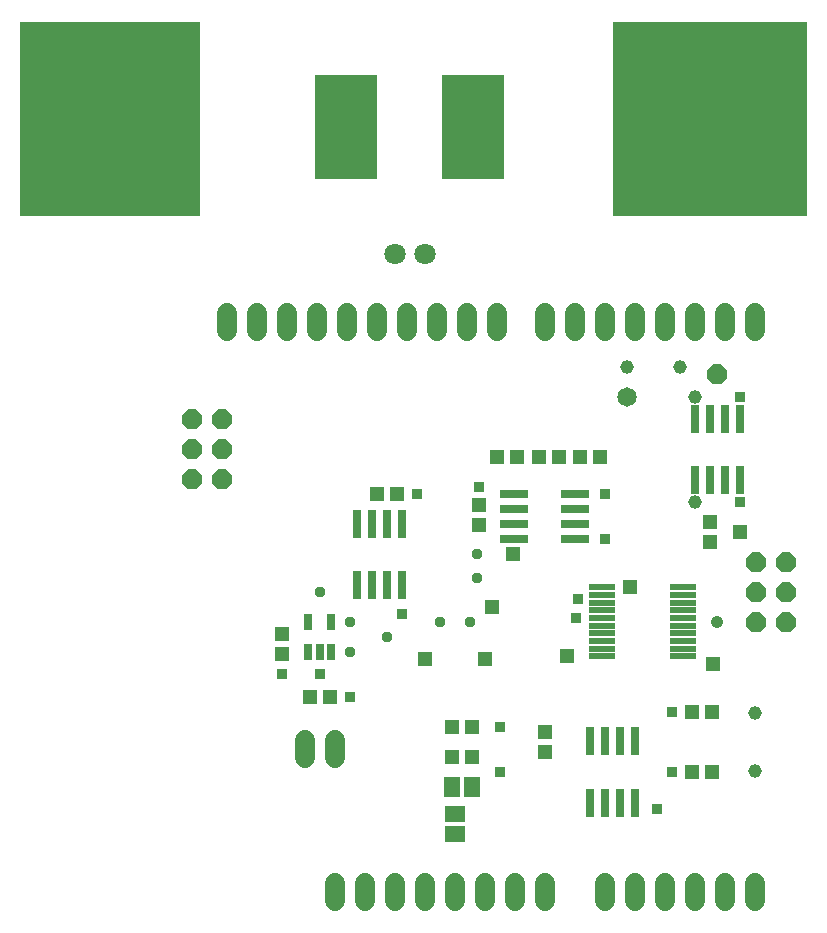
<source format=gts>
G75*
%MOIN*%
%OFA0B0*%
%FSLAX25Y25*%
%IPPOS*%
%LPD*%
%AMOC8*
5,1,8,0,0,1.08239X$1,22.5*
%
%ADD10R,0.60000X0.65000*%
%ADD11R,0.65000X0.65000*%
%ADD12R,0.02765X0.05324*%
%ADD13R,0.09261X0.02962*%
%ADD14R,0.02962X0.09261*%
%ADD15C,0.06600*%
%ADD16R,0.04537X0.04931*%
%ADD17OC8,0.06600*%
%ADD18R,0.06506X0.05718*%
%ADD19R,0.05718X0.06506*%
%ADD20R,0.04931X0.04537*%
%ADD21R,0.08700X0.02300*%
%ADD22C,0.04562*%
%ADD23R,0.21100X0.35000*%
%ADD24R,0.03700X0.03700*%
%ADD25R,0.04562X0.04562*%
%ADD26C,0.04169*%
%ADD27C,0.03700*%
%ADD28C,0.06506*%
%ADD29C,0.17135*%
%ADD30C,0.07096*%
D10*
X0036800Y0269000D03*
D11*
X0236800Y0269000D03*
D12*
X0110540Y0101618D03*
X0103060Y0101618D03*
X0103060Y0091382D03*
X0106800Y0091382D03*
X0110540Y0091382D03*
D13*
X0171564Y0129000D03*
X0171564Y0134000D03*
X0171564Y0139000D03*
X0171564Y0144000D03*
X0192036Y0144000D03*
X0192036Y0139000D03*
X0192036Y0134000D03*
X0192036Y0129000D03*
D14*
X0231800Y0148764D03*
X0236800Y0148764D03*
X0241800Y0148764D03*
X0246800Y0148764D03*
X0246800Y0169236D03*
X0241800Y0169236D03*
X0236800Y0169236D03*
X0231800Y0169236D03*
X0211800Y0061736D03*
X0206800Y0061736D03*
X0201800Y0061736D03*
X0196800Y0061736D03*
X0196800Y0041264D03*
X0201800Y0041264D03*
X0206800Y0041264D03*
X0211800Y0041264D03*
X0134300Y0113764D03*
X0129300Y0113764D03*
X0124300Y0113764D03*
X0119300Y0113764D03*
X0119300Y0134236D03*
X0124300Y0134236D03*
X0129300Y0134236D03*
X0134300Y0134236D03*
D15*
X0135800Y0198500D02*
X0135800Y0204500D01*
X0125800Y0204500D02*
X0125800Y0198500D01*
X0115800Y0198500D02*
X0115800Y0204500D01*
X0105800Y0204500D02*
X0105800Y0198500D01*
X0095800Y0198500D02*
X0095800Y0204500D01*
X0085800Y0204500D02*
X0085800Y0198500D01*
X0075800Y0198500D02*
X0075800Y0204500D01*
X0145800Y0204500D02*
X0145800Y0198500D01*
X0155800Y0198500D02*
X0155800Y0204500D01*
X0165800Y0204500D02*
X0165800Y0198500D01*
X0181800Y0198500D02*
X0181800Y0204500D01*
X0191800Y0204500D02*
X0191800Y0198500D01*
X0201800Y0198500D02*
X0201800Y0204500D01*
X0211800Y0204500D02*
X0211800Y0198500D01*
X0221800Y0198500D02*
X0221800Y0204500D01*
X0231800Y0204500D02*
X0231800Y0198500D01*
X0241800Y0198500D02*
X0241800Y0204500D01*
X0251800Y0204500D02*
X0251800Y0198500D01*
X0111800Y0062000D02*
X0111800Y0056000D01*
X0101800Y0056000D02*
X0101800Y0062000D01*
X0111800Y0014500D02*
X0111800Y0008500D01*
X0121800Y0008500D02*
X0121800Y0014500D01*
X0131800Y0014500D02*
X0131800Y0008500D01*
X0141800Y0008500D02*
X0141800Y0014500D01*
X0151800Y0014500D02*
X0151800Y0008500D01*
X0161800Y0008500D02*
X0161800Y0014500D01*
X0171800Y0014500D02*
X0171800Y0008500D01*
X0181800Y0008500D02*
X0181800Y0014500D01*
X0201800Y0014500D02*
X0201800Y0008500D01*
X0211800Y0008500D02*
X0211800Y0014500D01*
X0221800Y0014500D02*
X0221800Y0008500D01*
X0231800Y0008500D02*
X0231800Y0014500D01*
X0241800Y0014500D02*
X0241800Y0008500D01*
X0251800Y0008500D02*
X0251800Y0014500D01*
D16*
X0159800Y0133654D03*
X0159800Y0140346D03*
X0165954Y0156500D03*
X0172646Y0156500D03*
X0179954Y0156500D03*
X0186646Y0156500D03*
X0193454Y0156500D03*
X0200146Y0156500D03*
X0110146Y0076500D03*
X0103454Y0076500D03*
X0094300Y0090654D03*
X0094300Y0097346D03*
D17*
X0074300Y0149000D03*
X0074300Y0159000D03*
X0074300Y0169000D03*
X0064300Y0169000D03*
X0064300Y0159000D03*
X0064300Y0149000D03*
X0239300Y0184000D03*
X0252300Y0121500D03*
X0252300Y0111500D03*
X0252300Y0101500D03*
X0262300Y0101500D03*
X0262300Y0111500D03*
X0262300Y0121500D03*
D18*
X0151800Y0037346D03*
X0151800Y0030654D03*
D19*
X0150954Y0046500D03*
X0157646Y0046500D03*
D20*
X0157646Y0056500D03*
X0150954Y0056500D03*
X0150954Y0066500D03*
X0157646Y0066500D03*
X0181800Y0064846D03*
X0181800Y0058154D03*
X0230954Y0051500D03*
X0237646Y0051500D03*
X0237646Y0071500D03*
X0230954Y0071500D03*
X0236800Y0128154D03*
X0236800Y0134846D03*
X0132646Y0144000D03*
X0125954Y0144000D03*
D21*
X0200800Y0113000D03*
X0200800Y0110500D03*
X0200800Y0107900D03*
X0200800Y0105300D03*
X0200800Y0102800D03*
X0200800Y0100200D03*
X0200800Y0097700D03*
X0200800Y0095100D03*
X0200800Y0092500D03*
X0200800Y0090000D03*
X0227800Y0090000D03*
X0227800Y0092500D03*
X0227800Y0095100D03*
X0227800Y0097700D03*
X0227800Y0100200D03*
X0227800Y0102800D03*
X0227800Y0105300D03*
X0227800Y0107900D03*
X0227800Y0110500D03*
X0227800Y0113000D03*
D22*
X0231800Y0141500D03*
X0231800Y0176500D03*
X0226800Y0186500D03*
X0209300Y0186500D03*
X0251800Y0071100D03*
X0251800Y0051900D03*
D23*
X0158050Y0266500D03*
X0115550Y0266500D03*
D24*
X0094300Y0084000D03*
X0106800Y0084000D03*
X0116800Y0076500D03*
X0134300Y0104000D03*
X0166800Y0066500D03*
X0166800Y0051500D03*
X0192100Y0102800D03*
X0192800Y0109000D03*
X0201800Y0129000D03*
X0201800Y0144000D03*
X0159800Y0146500D03*
X0139300Y0144000D03*
X0224300Y0071500D03*
X0224300Y0051500D03*
X0219300Y0039000D03*
X0246800Y0141500D03*
X0246800Y0176500D03*
D25*
X0246800Y0131500D03*
X0210300Y0113000D03*
X0189300Y0090000D03*
X0164300Y0106500D03*
X0161800Y0089000D03*
X0141800Y0089000D03*
X0171300Y0124000D03*
X0237800Y0087500D03*
D26*
X0239300Y0101500D03*
D27*
X0159300Y0116000D03*
X0159300Y0124000D03*
X0156800Y0101500D03*
X0146800Y0101500D03*
X0129300Y0096500D03*
X0116800Y0091500D03*
X0116800Y0101500D03*
X0106800Y0111500D03*
D28*
X0209300Y0176500D03*
D29*
X0236800Y0269000D03*
X0036800Y0269000D03*
D30*
X0131800Y0224000D03*
X0141800Y0224000D03*
M02*

</source>
